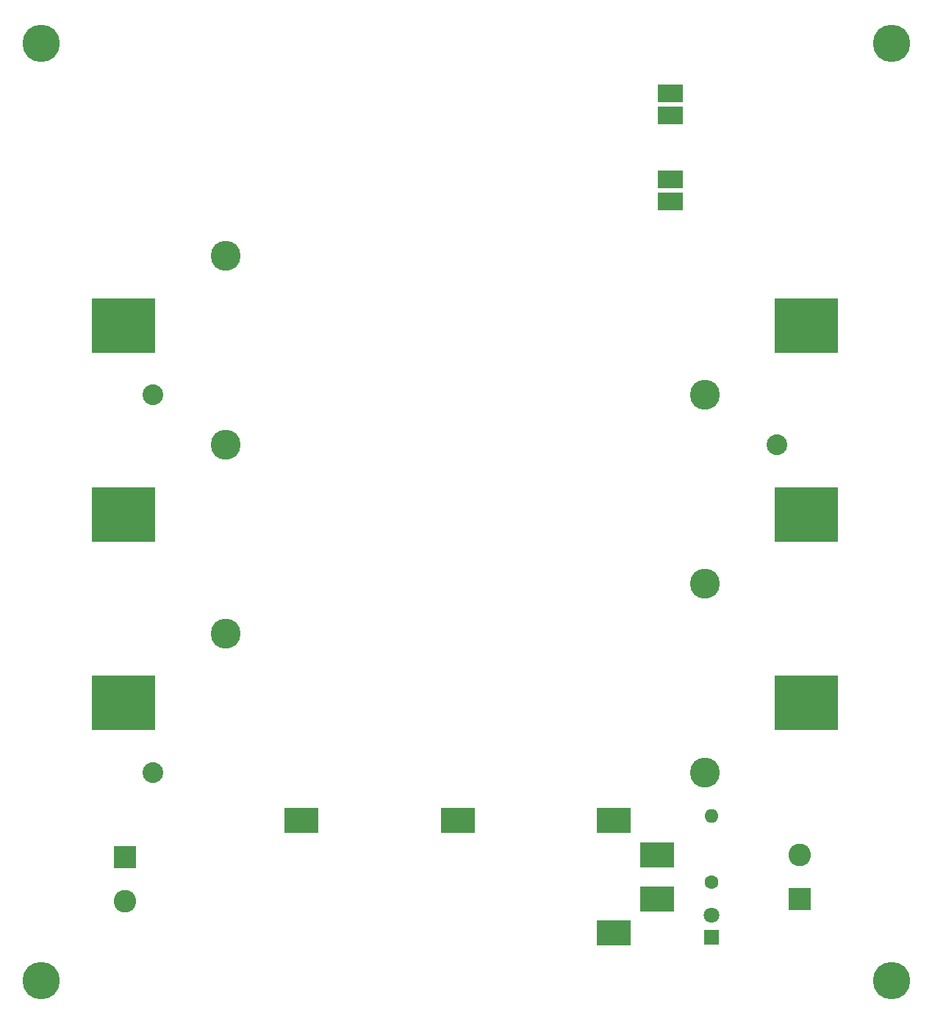
<source format=gbr>
%TF.GenerationSoftware,KiCad,Pcbnew,8.0.5*%
%TF.CreationDate,2024-11-10T22:21:36+02:00*%
%TF.ProjectId,PowerBoard,506f7765-7242-46f6-9172-642e6b696361,rev?*%
%TF.SameCoordinates,Original*%
%TF.FileFunction,Soldermask,Bot*%
%TF.FilePolarity,Negative*%
%FSLAX46Y46*%
G04 Gerber Fmt 4.6, Leading zero omitted, Abs format (unit mm)*
G04 Created by KiCad (PCBNEW 8.0.5) date 2024-11-10 22:21:36*
%MOMM*%
%LPD*%
G01*
G04 APERTURE LIST*
%ADD10C,4.300000*%
%ADD11R,2.600000X2.600000*%
%ADD12C,2.600000*%
%ADD13R,4.000000X3.000000*%
%ADD14R,1.800000X1.800000*%
%ADD15C,1.800000*%
%ADD16C,1.600000*%
%ADD17O,1.600000X1.600000*%
%ADD18R,3.000000X2.000000*%
%ADD19C,2.390000*%
%ADD20C,3.450000*%
%ADD21R,7.340000X6.350000*%
G04 APERTURE END LIST*
D10*
%TO.C,H2*%
X78500000Y-146000000D03*
%TD*%
D11*
%TO.C,OUUTPUT 12V*%
X88195000Y-131705000D03*
D12*
X88195000Y-136785000D03*
%TD*%
D11*
%TO.C,INPUT 12V*%
X165935000Y-136545000D03*
D12*
X165935000Y-131465000D03*
%TD*%
D13*
%TO.C,BMS_3S1*%
X144500000Y-140500000D03*
X144500000Y-127500000D03*
X126500000Y-127500000D03*
X108500000Y-127500000D03*
X149500000Y-131460000D03*
X149500000Y-136540000D03*
%TD*%
D14*
%TO.C,D1*%
X155750000Y-141000000D03*
D15*
X155750000Y-138460000D03*
%TD*%
D10*
%TO.C,H1*%
X78500000Y-38000000D03*
%TD*%
D16*
%TO.C,R1*%
X155750000Y-134645000D03*
D17*
X155750000Y-127025000D03*
%TD*%
D10*
%TO.C,H3*%
X176500000Y-146000000D03*
%TD*%
D18*
%TO.C,DC_DC_STEP_DWON_12V-5V1*%
X151000000Y-43800000D03*
X151000000Y-46300000D03*
X151000000Y-53700000D03*
X151000000Y-56200000D03*
%TD*%
D10*
%TO.C,H4*%
X176500000Y-38000000D03*
%TD*%
D19*
%TO.C,BT3*%
X91420000Y-122000000D03*
D20*
X99750000Y-106000000D03*
X154950000Y-122000000D03*
D21*
X88020000Y-114000000D03*
X166680000Y-114000000D03*
%TD*%
D19*
%TO.C,BT2*%
X163280000Y-84250000D03*
D20*
X154950000Y-100250000D03*
X99750000Y-84250000D03*
D21*
X166680000Y-92250000D03*
X88020000Y-92250000D03*
%TD*%
D19*
%TO.C,BT1*%
X91420000Y-78500000D03*
D20*
X99750000Y-62500000D03*
X154950000Y-78500000D03*
D21*
X88020000Y-70500000D03*
X166680000Y-70500000D03*
%TD*%
M02*

</source>
